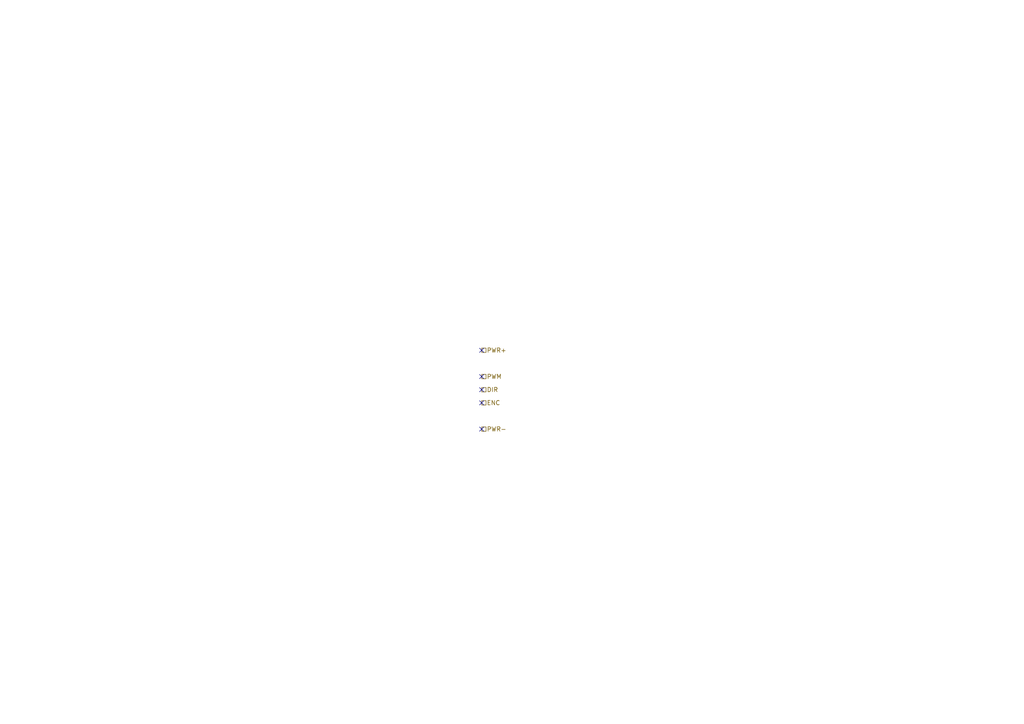
<source format=kicad_sch>
(kicad_sch (version 20211123) (generator eeschema)
  (paper "A4")
  (lib_symbols)
  (no_connect (at 139.7 116.84))
  (no_connect (at 139.7 124.46))
  (no_connect (at 139.7 101.6))
  (no_connect (at 139.7 109.22))
  (no_connect (at 139.7 113.03))
  (hierarchical_label "DIR" (shape passive) (at 139.7 113.03 0))
  (hierarchical_label "PWR-" (shape passive) (at 139.7 124.46 0))
  (hierarchical_label "ENC" (shape passive) (at 139.7 116.84 0))
  (hierarchical_label "PWM" (shape passive) (at 139.7 109.22 0))
  (hierarchical_label "PWR+" (shape passive) (at 139.7 101.6 0))
)
</source>
